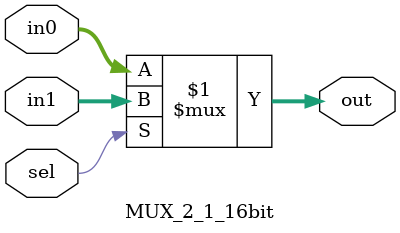
<source format=v>
module MUX_2_1_16bit #(
    parameter inst_SIZE = 16
) (
    input   	                    	sel,
    input   	    [inst_SIZE-1:0] 	in0,
    input   	    [inst_SIZE-1:0] 	in1,

    output  	    [inst_SIZE-1:0] 	out
);

    assign out = sel ? in1 : in0;
    
endmodule
</source>
